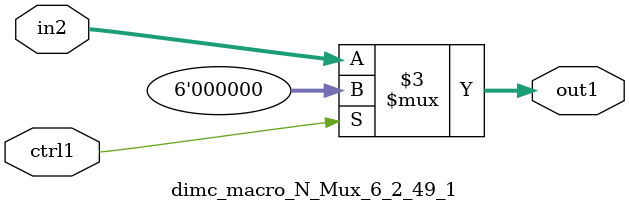
<source format=v>

`timescale 1ps / 1ps


module dimc_macro_N_Mux_6_2_49_1( in2, ctrl1, out1 );

    input [5:0] in2;
    input ctrl1;
    output [5:0] out1;
    reg [5:0] out1;

    
    // rtl_process:dimc_macro_N_Mux_6_2_49_1/dimc_macro_N_Mux_6_2_49_1_thread_1
    always @*
      begin : dimc_macro_N_Mux_6_2_49_1_thread_1
        case (ctrl1) 
          1'b1: 
            begin
              out1 = 6'd00;
            end
          default: 
            begin
              out1 = in2;
            end
        endcase
      end

endmodule


</source>
